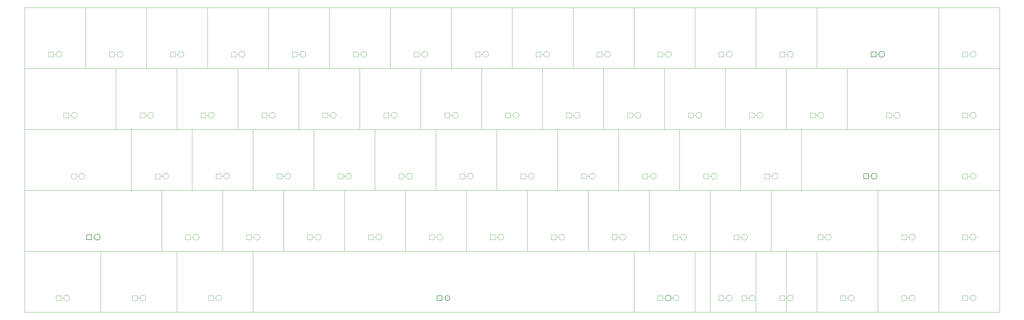
<source format=gbr>
G04 #@! TF.GenerationSoftware,KiCad,Pcbnew,(5.1.5)-3*
G04 #@! TF.CreationDate,2020-03-18T20:23:38-05:00*
G04 #@! TF.ProjectId,Advanced-PCB,41647661-6e63-4656-942d-5043422e6b69,rev?*
G04 #@! TF.SameCoordinates,Original*
G04 #@! TF.FileFunction,OtherDrawing,Comment*
%FSLAX46Y46*%
G04 Gerber Fmt 4.6, Leading zero omitted, Abs format (unit mm)*
G04 Created by KiCad (PCBNEW (5.1.5)-3) date 2020-03-18 20:23:38*
%MOMM*%
%LPD*%
G04 APERTURE LIST*
%ADD10C,0.050000*%
%ADD11C,0.100000*%
%ADD12C,0.050800*%
%ADD13C,0.127000*%
G04 APERTURE END LIST*
D10*
X27781250Y-137628000D02*
X27781250Y-137882000D01*
X27908250Y-137755000D02*
X27654250Y-137755000D01*
D11*
X27273250Y-136993000D02*
X27273250Y-138517000D01*
X25749250Y-138517000D02*
X27273250Y-138517000D01*
X25749250Y-138517000D02*
X25749250Y-136993000D01*
X27273250Y-136993000D02*
X25749250Y-136993000D01*
X29967060Y-137755000D02*
G75*
G03X29967060Y-137755000I-915810J0D01*
G01*
X39687500Y-123150000D02*
X15875000Y-123150000D01*
X39687500Y-142200000D02*
X39687500Y-123150000D01*
X15875000Y-142200000D02*
X39687500Y-142200000D01*
X15875000Y-123150000D02*
X15875000Y-142200000D01*
D10*
X311150000Y-61428000D02*
X311150000Y-61682000D01*
X311277000Y-61555000D02*
X311023000Y-61555000D01*
D11*
X310642000Y-60793000D02*
X310642000Y-62317000D01*
X309118000Y-62317000D02*
X310642000Y-62317000D01*
X309118000Y-62317000D02*
X309118000Y-60793000D01*
X310642000Y-60793000D02*
X309118000Y-60793000D01*
X313335810Y-61555000D02*
G75*
G03X313335810Y-61555000I-915810J0D01*
G01*
X320675000Y-46950000D02*
X301625000Y-46950000D01*
X320675000Y-66000000D02*
X320675000Y-46950000D01*
X301625000Y-66000000D02*
X320675000Y-66000000D01*
X301625000Y-46950000D02*
X301625000Y-66000000D01*
D10*
X51593750Y-137628000D02*
X51593750Y-137882000D01*
X51720750Y-137755000D02*
X51466750Y-137755000D01*
D11*
X51085750Y-136993000D02*
X51085750Y-138517000D01*
X49561750Y-138517000D02*
X51085750Y-138517000D01*
X49561750Y-138517000D02*
X49561750Y-136993000D01*
X51085750Y-136993000D02*
X49561750Y-136993000D01*
X53779560Y-137755000D02*
G75*
G03X53779560Y-137755000I-915810J0D01*
G01*
X63500000Y-123150000D02*
X39687500Y-123150000D01*
X63500000Y-142200000D02*
X63500000Y-123150000D01*
X39687500Y-142200000D02*
X63500000Y-142200000D01*
X39687500Y-123150000D02*
X39687500Y-142200000D01*
D10*
X234950000Y-137628000D02*
X234950000Y-137882000D01*
X235077000Y-137755000D02*
X234823000Y-137755000D01*
D11*
X234442000Y-136993000D02*
X234442000Y-138517000D01*
X232918000Y-138517000D02*
X234442000Y-138517000D01*
X232918000Y-138517000D02*
X232918000Y-136993000D01*
X234442000Y-136993000D02*
X232918000Y-136993000D01*
X237135810Y-137755000D02*
G75*
G03X237135810Y-137755000I-915810J0D01*
G01*
X244475000Y-123150000D02*
X225425000Y-123150000D01*
X244475000Y-142200000D02*
X244475000Y-123150000D01*
X225425000Y-142200000D02*
X244475000Y-142200000D01*
X225425000Y-123150000D02*
X225425000Y-142200000D01*
D10*
X215900000Y-137628000D02*
X215900000Y-137882000D01*
X216027000Y-137755000D02*
X215773000Y-137755000D01*
D11*
X215392000Y-136993000D02*
X215392000Y-138517000D01*
X213868000Y-138517000D02*
X215392000Y-138517000D01*
X213868000Y-138517000D02*
X213868000Y-136993000D01*
X215392000Y-136993000D02*
X213868000Y-136993000D01*
X218085810Y-137755000D02*
G75*
G03X218085810Y-137755000I-915810J0D01*
G01*
X225425000Y-123150000D02*
X206375000Y-123150000D01*
X225425000Y-142200000D02*
X225425000Y-123150000D01*
X206375000Y-142200000D02*
X225425000Y-142200000D01*
X206375000Y-123150000D02*
X206375000Y-142200000D01*
D10*
X254000000Y-137628000D02*
X254000000Y-137882000D01*
X254127000Y-137755000D02*
X253873000Y-137755000D01*
D11*
X253492000Y-136993000D02*
X253492000Y-138517000D01*
X251968000Y-138517000D02*
X253492000Y-138517000D01*
X251968000Y-138517000D02*
X251968000Y-136993000D01*
X253492000Y-136993000D02*
X251968000Y-136993000D01*
X256185810Y-137755000D02*
G75*
G03X256185810Y-137755000I-915810J0D01*
G01*
X263525000Y-123150000D02*
X244475000Y-123150000D01*
X263525000Y-142200000D02*
X263525000Y-123150000D01*
X244475000Y-142200000D02*
X263525000Y-142200000D01*
X244475000Y-123150000D02*
X244475000Y-142200000D01*
D10*
X87312500Y-118578000D02*
X87312500Y-118832000D01*
X87439500Y-118705000D02*
X87185500Y-118705000D01*
D11*
X86804500Y-117943000D02*
X86804500Y-119467000D01*
X85280500Y-119467000D02*
X86804500Y-119467000D01*
X85280500Y-119467000D02*
X85280500Y-117943000D01*
X86804500Y-117943000D02*
X85280500Y-117943000D01*
X89498310Y-118705000D02*
G75*
G03X89498310Y-118705000I-915810J0D01*
G01*
X96837500Y-104100000D02*
X77787500Y-104100000D01*
X96837500Y-123150000D02*
X96837500Y-104100000D01*
X77787500Y-123150000D02*
X96837500Y-123150000D01*
X77787500Y-104100000D02*
X77787500Y-123150000D01*
D10*
X73025000Y-80478000D02*
X73025000Y-80732000D01*
X73152000Y-80605000D02*
X72898000Y-80605000D01*
D11*
X72517000Y-79843000D02*
X72517000Y-81367000D01*
X70993000Y-81367000D02*
X72517000Y-81367000D01*
X70993000Y-81367000D02*
X70993000Y-79843000D01*
X72517000Y-79843000D02*
X70993000Y-79843000D01*
X75210810Y-80605000D02*
G75*
G03X75210810Y-80605000I-915810J0D01*
G01*
X82550000Y-66000000D02*
X63500000Y-66000000D01*
X82550000Y-85050000D02*
X82550000Y-66000000D01*
X63500000Y-85050000D02*
X82550000Y-85050000D01*
X63500000Y-66000000D02*
X63500000Y-85050000D01*
X242220750Y-137755000D02*
X241966750Y-137755000D01*
X242093750Y-137628000D02*
X242093750Y-137882000D01*
X241585750Y-138517000D02*
X241585750Y-136993000D01*
X240061750Y-138517000D02*
X241585750Y-138517000D01*
X240061750Y-136993000D02*
X240061750Y-138517000D01*
X241585750Y-136993000D02*
X240061750Y-136993000D01*
X244279560Y-137755000D02*
G75*
G03X244279560Y-137755000I-915810J0D01*
G01*
X230187500Y-123150000D02*
X230187500Y-142200000D01*
X254000000Y-123150000D02*
X254000000Y-142200000D01*
X254000000Y-142200000D02*
X230187500Y-142200000D01*
X254000000Y-123150000D02*
X230187500Y-123150000D01*
X218408250Y-137755000D02*
X218154250Y-137755000D01*
X218281250Y-137628000D02*
X218281250Y-137882000D01*
X217773250Y-138517000D02*
X217773250Y-136993000D01*
X216249250Y-138517000D02*
X217773250Y-138517000D01*
X216249250Y-136993000D02*
X216249250Y-138517000D01*
X217773250Y-136993000D02*
X216249250Y-136993000D01*
X220467060Y-137755000D02*
G75*
G03X220467060Y-137755000I-915810J0D01*
G01*
X206375000Y-123150000D02*
X206375000Y-142200000D01*
X230187500Y-123150000D02*
X230187500Y-142200000D01*
X230187500Y-142200000D02*
X206375000Y-142200000D01*
X230187500Y-123150000D02*
X206375000Y-123150000D01*
D12*
X37306250Y-118578000D02*
X37306250Y-118832000D01*
X37433250Y-118705000D02*
X37179250Y-118705000D01*
D13*
X35274250Y-119467000D02*
X35274250Y-117943000D01*
X36798250Y-119467000D02*
X35274250Y-119467000D01*
X36798250Y-117943000D02*
X36798250Y-119467000D01*
X36798250Y-117943000D02*
X35274250Y-117943000D01*
X39492060Y-118705000D02*
G75*
G03X39492060Y-118705000I-915810J0D01*
G01*
D11*
X15875000Y-123150000D02*
X58737500Y-123150000D01*
X15875000Y-104100000D02*
X15875000Y-123150000D01*
X58737500Y-104100000D02*
X58737500Y-123150000D01*
X15875000Y-104100000D02*
X58737500Y-104100000D01*
D10*
X32543750Y-99528000D02*
X32543750Y-99782000D01*
X32670750Y-99655000D02*
X32416750Y-99655000D01*
D11*
X32035750Y-98893000D02*
X32035750Y-100417000D01*
X30511750Y-100417000D02*
X32035750Y-100417000D01*
X30511750Y-100417000D02*
X30511750Y-98893000D01*
X32035750Y-98893000D02*
X30511750Y-98893000D01*
X34729560Y-99655000D02*
G75*
G03X34729560Y-99655000I-915810J0D01*
G01*
X15875000Y-85050000D02*
X49212500Y-85050000D01*
X49212500Y-104100000D02*
X49212500Y-85050000D01*
X15875000Y-104100000D02*
X49212500Y-104100000D01*
X15875000Y-85050000D02*
X15875000Y-104100000D01*
D10*
X30162500Y-80478000D02*
X30162500Y-80732000D01*
X30289500Y-80605000D02*
X30035500Y-80605000D01*
D11*
X29654500Y-79843000D02*
X29654500Y-81367000D01*
X28130500Y-81367000D02*
X29654500Y-81367000D01*
X28130500Y-81367000D02*
X28130500Y-79843000D01*
X29654500Y-79843000D02*
X28130500Y-79843000D01*
X32348310Y-80605000D02*
G75*
G03X32348310Y-80605000I-915810J0D01*
G01*
X15875000Y-66000000D02*
X44450000Y-66000000D01*
X44450000Y-85050000D02*
X44450000Y-66000000D01*
X15875000Y-85050000D02*
X44450000Y-85050000D01*
X15875000Y-66000000D02*
X15875000Y-85050000D01*
D10*
X25400000Y-61428000D02*
X25400000Y-61682000D01*
X25527000Y-61555000D02*
X25273000Y-61555000D01*
D11*
X24892000Y-60793000D02*
X24892000Y-62317000D01*
X23368000Y-62317000D02*
X24892000Y-62317000D01*
X23368000Y-62317000D02*
X23368000Y-60793000D01*
X24892000Y-60793000D02*
X23368000Y-60793000D01*
X27585810Y-61555000D02*
G75*
G03X27585810Y-61555000I-915810J0D01*
G01*
X34925000Y-46950000D02*
X15875000Y-46950000D01*
X34925000Y-66000000D02*
X34925000Y-46950000D01*
X15875000Y-66000000D02*
X34925000Y-66000000D01*
X15875000Y-46950000D02*
X15875000Y-66000000D01*
D10*
X173037500Y-99528000D02*
X173037500Y-99782000D01*
X173164500Y-99655000D02*
X172910500Y-99655000D01*
D11*
X172529500Y-98893000D02*
X172529500Y-100417000D01*
X171005500Y-100417000D02*
X172529500Y-100417000D01*
X171005500Y-100417000D02*
X171005500Y-98893000D01*
X172529500Y-98893000D02*
X171005500Y-98893000D01*
X175223310Y-99655000D02*
G75*
G03X175223310Y-99655000I-915810J0D01*
G01*
X182562500Y-85050000D02*
X163512500Y-85050000D01*
X182562500Y-104100000D02*
X182562500Y-85050000D01*
X163512500Y-104100000D02*
X182562500Y-104100000D01*
X163512500Y-85050000D02*
X163512500Y-104100000D01*
D10*
X149225000Y-80478000D02*
X149225000Y-80732000D01*
X149352000Y-80605000D02*
X149098000Y-80605000D01*
D11*
X148717000Y-79843000D02*
X148717000Y-81367000D01*
X147193000Y-81367000D02*
X148717000Y-81367000D01*
X147193000Y-81367000D02*
X147193000Y-79843000D01*
X148717000Y-79843000D02*
X147193000Y-79843000D01*
X151410810Y-80605000D02*
G75*
G03X151410810Y-80605000I-915810J0D01*
G01*
X158750000Y-66000000D02*
X139700000Y-66000000D01*
X158750000Y-85050000D02*
X158750000Y-66000000D01*
X139700000Y-85050000D02*
X158750000Y-85050000D01*
X139700000Y-66000000D02*
X139700000Y-85050000D01*
D10*
X153987500Y-99528000D02*
X153987500Y-99782000D01*
X154114500Y-99655000D02*
X153860500Y-99655000D01*
D11*
X153479500Y-98893000D02*
X153479500Y-100417000D01*
X151955500Y-100417000D02*
X153479500Y-100417000D01*
X151955500Y-100417000D02*
X151955500Y-98893000D01*
X153479500Y-98893000D02*
X151955500Y-98893000D01*
X156173310Y-99655000D02*
G75*
G03X156173310Y-99655000I-915810J0D01*
G01*
X163512500Y-85050000D02*
X144462500Y-85050000D01*
X163512500Y-104100000D02*
X163512500Y-85050000D01*
X144462500Y-104100000D02*
X163512500Y-104100000D01*
X144462500Y-85050000D02*
X144462500Y-104100000D01*
D10*
X230187500Y-99528000D02*
X230187500Y-99782000D01*
X230314500Y-99655000D02*
X230060500Y-99655000D01*
D11*
X229679500Y-98893000D02*
X229679500Y-100417000D01*
X228155500Y-100417000D02*
X229679500Y-100417000D01*
X228155500Y-100417000D02*
X228155500Y-98893000D01*
X229679500Y-98893000D02*
X228155500Y-98893000D01*
X232373310Y-99655000D02*
G75*
G03X232373310Y-99655000I-915810J0D01*
G01*
X239712500Y-85050000D02*
X220662500Y-85050000D01*
X239712500Y-104100000D02*
X239712500Y-85050000D01*
X220662500Y-104100000D02*
X239712500Y-104100000D01*
X220662500Y-85050000D02*
X220662500Y-104100000D01*
D10*
X311150000Y-80478000D02*
X311150000Y-80732000D01*
X311277000Y-80605000D02*
X311023000Y-80605000D01*
D11*
X310642000Y-79843000D02*
X310642000Y-81367000D01*
X309118000Y-81367000D02*
X310642000Y-81367000D01*
X309118000Y-81367000D02*
X309118000Y-79843000D01*
X310642000Y-79843000D02*
X309118000Y-79843000D01*
X313335810Y-80605000D02*
G75*
G03X313335810Y-80605000I-915810J0D01*
G01*
X320675000Y-66000000D02*
X301625000Y-66000000D01*
X320675000Y-85050000D02*
X320675000Y-66000000D01*
X301625000Y-85050000D02*
X320675000Y-85050000D01*
X301625000Y-66000000D02*
X301625000Y-85050000D01*
D10*
X311150000Y-137628000D02*
X311150000Y-137882000D01*
X311277000Y-137755000D02*
X311023000Y-137755000D01*
D11*
X310642000Y-136993000D02*
X310642000Y-138517000D01*
X309118000Y-138517000D02*
X310642000Y-138517000D01*
X309118000Y-138517000D02*
X309118000Y-136993000D01*
X310642000Y-136993000D02*
X309118000Y-136993000D01*
X313335810Y-137755000D02*
G75*
G03X313335810Y-137755000I-915810J0D01*
G01*
X320675000Y-123150000D02*
X301625000Y-123150000D01*
X320675000Y-142200000D02*
X320675000Y-123150000D01*
X301625000Y-142200000D02*
X320675000Y-142200000D01*
X301625000Y-123150000D02*
X301625000Y-142200000D01*
D10*
X311150000Y-118578000D02*
X311150000Y-118832000D01*
X311277000Y-118705000D02*
X311023000Y-118705000D01*
D11*
X310642000Y-117943000D02*
X310642000Y-119467000D01*
X309118000Y-119467000D02*
X310642000Y-119467000D01*
X309118000Y-119467000D02*
X309118000Y-117943000D01*
X310642000Y-117943000D02*
X309118000Y-117943000D01*
X313335810Y-118705000D02*
G75*
G03X313335810Y-118705000I-915810J0D01*
G01*
X320675000Y-104100000D02*
X301625000Y-104100000D01*
X320675000Y-123150000D02*
X320675000Y-104100000D01*
X301625000Y-123150000D02*
X320675000Y-123150000D01*
X301625000Y-104100000D02*
X301625000Y-123150000D01*
D10*
X311150000Y-99528000D02*
X311150000Y-99782000D01*
X311277000Y-99655000D02*
X311023000Y-99655000D01*
D11*
X310642000Y-98893000D02*
X310642000Y-100417000D01*
X309118000Y-100417000D02*
X310642000Y-100417000D01*
X309118000Y-100417000D02*
X309118000Y-98893000D01*
X310642000Y-98893000D02*
X309118000Y-98893000D01*
X313335810Y-99655000D02*
G75*
G03X313335810Y-99655000I-915810J0D01*
G01*
X320675000Y-85050000D02*
X301625000Y-85050000D01*
X320675000Y-104100000D02*
X320675000Y-85050000D01*
X301625000Y-104100000D02*
X320675000Y-104100000D01*
X301625000Y-85050000D02*
X301625000Y-104100000D01*
D10*
X287337500Y-80478000D02*
X287337500Y-80732000D01*
X287464500Y-80605000D02*
X287210500Y-80605000D01*
D11*
X286829500Y-79843000D02*
X286829500Y-81367000D01*
X285305500Y-81367000D02*
X286829500Y-81367000D01*
X285305500Y-81367000D02*
X285305500Y-79843000D01*
X286829500Y-79843000D02*
X285305500Y-79843000D01*
X289523310Y-80605000D02*
G75*
G03X289523310Y-80605000I-915810J0D01*
G01*
X273050000Y-66000000D02*
X301625000Y-66000000D01*
X301625000Y-85050000D02*
X301625000Y-66000000D01*
X273050000Y-85050000D02*
X301625000Y-85050000D01*
X273050000Y-66000000D02*
X273050000Y-85050000D01*
D12*
X282575000Y-61428000D02*
X282575000Y-61682000D01*
X282702000Y-61555000D02*
X282448000Y-61555000D01*
D13*
X280543000Y-62317000D02*
X280543000Y-60793000D01*
X282067000Y-62317000D02*
X280543000Y-62317000D01*
X282067000Y-60793000D02*
X282067000Y-62317000D01*
X282067000Y-60793000D02*
X280543000Y-60793000D01*
X284760810Y-61555000D02*
G75*
G03X284760810Y-61555000I-915810J0D01*
G01*
D11*
X301625000Y-66000000D02*
X263525000Y-66000000D01*
X263525000Y-46950000D02*
X263525000Y-66000000D01*
X301625000Y-46950000D02*
X301625000Y-66000000D01*
X301625000Y-46950000D02*
X263525000Y-46950000D01*
D10*
X292100000Y-137628000D02*
X292100000Y-137882000D01*
X292227000Y-137755000D02*
X291973000Y-137755000D01*
D11*
X291592000Y-136993000D02*
X291592000Y-138517000D01*
X290068000Y-138517000D02*
X291592000Y-138517000D01*
X290068000Y-138517000D02*
X290068000Y-136993000D01*
X291592000Y-136993000D02*
X290068000Y-136993000D01*
X294285810Y-137755000D02*
G75*
G03X294285810Y-137755000I-915810J0D01*
G01*
X301625000Y-123150000D02*
X282575000Y-123150000D01*
X301625000Y-142200000D02*
X301625000Y-123150000D01*
X282575000Y-142200000D02*
X301625000Y-142200000D01*
X282575000Y-123150000D02*
X282575000Y-142200000D01*
D10*
X292100000Y-118578000D02*
X292100000Y-118832000D01*
X292227000Y-118705000D02*
X291973000Y-118705000D01*
D11*
X291592000Y-117943000D02*
X291592000Y-119467000D01*
X290068000Y-119467000D02*
X291592000Y-119467000D01*
X290068000Y-119467000D02*
X290068000Y-117943000D01*
X291592000Y-117943000D02*
X290068000Y-117943000D01*
X294285810Y-118705000D02*
G75*
G03X294285810Y-118705000I-915810J0D01*
G01*
X301625000Y-104100000D02*
X282575000Y-104100000D01*
X301625000Y-123150000D02*
X301625000Y-104100000D01*
X282575000Y-123150000D02*
X301625000Y-123150000D01*
X282575000Y-104100000D02*
X282575000Y-123150000D01*
D12*
X280193750Y-99528000D02*
X280193750Y-99782000D01*
X280320750Y-99655000D02*
X280066750Y-99655000D01*
D13*
X278161750Y-100417000D02*
X278161750Y-98893000D01*
X279685750Y-100417000D02*
X278161750Y-100417000D01*
X279685750Y-98893000D02*
X279685750Y-100417000D01*
X279685750Y-98893000D02*
X278161750Y-98893000D01*
X282379560Y-99655000D02*
G75*
G03X282379560Y-99655000I-915810J0D01*
G01*
D11*
X258762500Y-104100000D02*
X301625000Y-104100000D01*
X258762500Y-85050000D02*
X258762500Y-104100000D01*
X301625000Y-85050000D02*
X301625000Y-104100000D01*
X258762500Y-85050000D02*
X301625000Y-85050000D01*
D10*
X263525000Y-80478000D02*
X263525000Y-80732000D01*
X263652000Y-80605000D02*
X263398000Y-80605000D01*
D11*
X263017000Y-79843000D02*
X263017000Y-81367000D01*
X261493000Y-81367000D02*
X263017000Y-81367000D01*
X261493000Y-81367000D02*
X261493000Y-79843000D01*
X263017000Y-79843000D02*
X261493000Y-79843000D01*
X265710810Y-80605000D02*
G75*
G03X265710810Y-80605000I-915810J0D01*
G01*
X273050000Y-66000000D02*
X254000000Y-66000000D01*
X273050000Y-85050000D02*
X273050000Y-66000000D01*
X254000000Y-85050000D02*
X273050000Y-85050000D01*
X254000000Y-66000000D02*
X254000000Y-85050000D01*
D10*
X254000000Y-61428000D02*
X254000000Y-61682000D01*
X254127000Y-61555000D02*
X253873000Y-61555000D01*
D11*
X253492000Y-60793000D02*
X253492000Y-62317000D01*
X251968000Y-62317000D02*
X253492000Y-62317000D01*
X251968000Y-62317000D02*
X251968000Y-60793000D01*
X253492000Y-60793000D02*
X251968000Y-60793000D01*
X256185810Y-61555000D02*
G75*
G03X256185810Y-61555000I-915810J0D01*
G01*
X263525000Y-46950000D02*
X244475000Y-46950000D01*
X263525000Y-66000000D02*
X263525000Y-46950000D01*
X244475000Y-66000000D02*
X263525000Y-66000000D01*
X244475000Y-46950000D02*
X244475000Y-66000000D01*
D10*
X273050000Y-137628000D02*
X273050000Y-137882000D01*
X273177000Y-137755000D02*
X272923000Y-137755000D01*
D11*
X272542000Y-136993000D02*
X272542000Y-138517000D01*
X271018000Y-138517000D02*
X272542000Y-138517000D01*
X271018000Y-138517000D02*
X271018000Y-136993000D01*
X272542000Y-136993000D02*
X271018000Y-136993000D01*
X275235810Y-137755000D02*
G75*
G03X275235810Y-137755000I-915810J0D01*
G01*
X282575000Y-123150000D02*
X263525000Y-123150000D01*
X282575000Y-142200000D02*
X282575000Y-123150000D01*
X263525000Y-142200000D02*
X282575000Y-142200000D01*
X263525000Y-123150000D02*
X263525000Y-142200000D01*
D10*
X265906250Y-118578000D02*
X265906250Y-118832000D01*
X266033250Y-118705000D02*
X265779250Y-118705000D01*
D11*
X265398250Y-117943000D02*
X265398250Y-119467000D01*
X263874250Y-119467000D02*
X265398250Y-119467000D01*
X263874250Y-119467000D02*
X263874250Y-117943000D01*
X265398250Y-117943000D02*
X263874250Y-117943000D01*
X268092060Y-118705000D02*
G75*
G03X268092060Y-118705000I-915810J0D01*
G01*
X249237500Y-104100000D02*
X282575000Y-104100000D01*
X282575000Y-123150000D02*
X282575000Y-104100000D01*
X249237500Y-123150000D02*
X282575000Y-123150000D01*
X249237500Y-104100000D02*
X249237500Y-123150000D01*
D10*
X249237500Y-99528000D02*
X249237500Y-99782000D01*
X249364500Y-99655000D02*
X249110500Y-99655000D01*
D11*
X248729500Y-98893000D02*
X248729500Y-100417000D01*
X247205500Y-100417000D02*
X248729500Y-100417000D01*
X247205500Y-100417000D02*
X247205500Y-98893000D01*
X248729500Y-98893000D02*
X247205500Y-98893000D01*
X251423310Y-99655000D02*
G75*
G03X251423310Y-99655000I-915810J0D01*
G01*
X258762500Y-85050000D02*
X239712500Y-85050000D01*
X258762500Y-104100000D02*
X258762500Y-85050000D01*
X239712500Y-104100000D02*
X258762500Y-104100000D01*
X239712500Y-85050000D02*
X239712500Y-104100000D01*
D10*
X244475000Y-80478000D02*
X244475000Y-80732000D01*
X244602000Y-80605000D02*
X244348000Y-80605000D01*
D11*
X243967000Y-79843000D02*
X243967000Y-81367000D01*
X242443000Y-81367000D02*
X243967000Y-81367000D01*
X242443000Y-81367000D02*
X242443000Y-79843000D01*
X243967000Y-79843000D02*
X242443000Y-79843000D01*
X246660810Y-80605000D02*
G75*
G03X246660810Y-80605000I-915810J0D01*
G01*
X254000000Y-66000000D02*
X234950000Y-66000000D01*
X254000000Y-85050000D02*
X254000000Y-66000000D01*
X234950000Y-85050000D02*
X254000000Y-85050000D01*
X234950000Y-66000000D02*
X234950000Y-85050000D01*
D10*
X234950000Y-61428000D02*
X234950000Y-61682000D01*
X235077000Y-61555000D02*
X234823000Y-61555000D01*
D11*
X234442000Y-60793000D02*
X234442000Y-62317000D01*
X232918000Y-62317000D02*
X234442000Y-62317000D01*
X232918000Y-62317000D02*
X232918000Y-60793000D01*
X234442000Y-60793000D02*
X232918000Y-60793000D01*
X237135810Y-61555000D02*
G75*
G03X237135810Y-61555000I-915810J0D01*
G01*
X244475000Y-46950000D02*
X225425000Y-46950000D01*
X244475000Y-66000000D02*
X244475000Y-46950000D01*
X225425000Y-66000000D02*
X244475000Y-66000000D01*
X225425000Y-46950000D02*
X225425000Y-66000000D01*
D10*
X239712500Y-118578000D02*
X239712500Y-118832000D01*
X239839500Y-118705000D02*
X239585500Y-118705000D01*
D11*
X239204500Y-117943000D02*
X239204500Y-119467000D01*
X237680500Y-119467000D02*
X239204500Y-119467000D01*
X237680500Y-119467000D02*
X237680500Y-117943000D01*
X239204500Y-117943000D02*
X237680500Y-117943000D01*
X241898310Y-118705000D02*
G75*
G03X241898310Y-118705000I-915810J0D01*
G01*
X249237500Y-104100000D02*
X230187500Y-104100000D01*
X249237500Y-123150000D02*
X249237500Y-104100000D01*
X230187500Y-123150000D02*
X249237500Y-123150000D01*
X230187500Y-104100000D02*
X230187500Y-123150000D01*
D10*
X225425000Y-80478000D02*
X225425000Y-80732000D01*
X225552000Y-80605000D02*
X225298000Y-80605000D01*
D11*
X224917000Y-79843000D02*
X224917000Y-81367000D01*
X223393000Y-81367000D02*
X224917000Y-81367000D01*
X223393000Y-81367000D02*
X223393000Y-79843000D01*
X224917000Y-79843000D02*
X223393000Y-79843000D01*
X227610810Y-80605000D02*
G75*
G03X227610810Y-80605000I-915810J0D01*
G01*
X234950000Y-66000000D02*
X215900000Y-66000000D01*
X234950000Y-85050000D02*
X234950000Y-66000000D01*
X215900000Y-85050000D02*
X234950000Y-85050000D01*
X215900000Y-66000000D02*
X215900000Y-85050000D01*
D10*
X215900000Y-61428000D02*
X215900000Y-61682000D01*
X216027000Y-61555000D02*
X215773000Y-61555000D01*
D11*
X215392000Y-60793000D02*
X215392000Y-62317000D01*
X213868000Y-62317000D02*
X215392000Y-62317000D01*
X213868000Y-62317000D02*
X213868000Y-60793000D01*
X215392000Y-60793000D02*
X213868000Y-60793000D01*
X218085810Y-61555000D02*
G75*
G03X218085810Y-61555000I-915810J0D01*
G01*
X225425000Y-46950000D02*
X206375000Y-46950000D01*
X225425000Y-66000000D02*
X225425000Y-46950000D01*
X206375000Y-66000000D02*
X225425000Y-66000000D01*
X206375000Y-46950000D02*
X206375000Y-66000000D01*
D10*
X220662500Y-118578000D02*
X220662500Y-118832000D01*
X220789500Y-118705000D02*
X220535500Y-118705000D01*
D11*
X220154500Y-117943000D02*
X220154500Y-119467000D01*
X218630500Y-119467000D02*
X220154500Y-119467000D01*
X218630500Y-119467000D02*
X218630500Y-117943000D01*
X220154500Y-117943000D02*
X218630500Y-117943000D01*
X222848310Y-118705000D02*
G75*
G03X222848310Y-118705000I-915810J0D01*
G01*
X230187500Y-104100000D02*
X211137500Y-104100000D01*
X230187500Y-123150000D02*
X230187500Y-104100000D01*
X211137500Y-123150000D02*
X230187500Y-123150000D01*
X211137500Y-104100000D02*
X211137500Y-123150000D01*
D10*
X211137500Y-99528000D02*
X211137500Y-99782000D01*
X211264500Y-99655000D02*
X211010500Y-99655000D01*
D11*
X210629500Y-98893000D02*
X210629500Y-100417000D01*
X209105500Y-100417000D02*
X210629500Y-100417000D01*
X209105500Y-100417000D02*
X209105500Y-98893000D01*
X210629500Y-98893000D02*
X209105500Y-98893000D01*
X213323310Y-99655000D02*
G75*
G03X213323310Y-99655000I-915810J0D01*
G01*
X220662500Y-85050000D02*
X201612500Y-85050000D01*
X220662500Y-104100000D02*
X220662500Y-85050000D01*
X201612500Y-104100000D02*
X220662500Y-104100000D01*
X201612500Y-85050000D02*
X201612500Y-104100000D01*
D10*
X206375000Y-80478000D02*
X206375000Y-80732000D01*
X206502000Y-80605000D02*
X206248000Y-80605000D01*
D11*
X205867000Y-79843000D02*
X205867000Y-81367000D01*
X204343000Y-81367000D02*
X205867000Y-81367000D01*
X204343000Y-81367000D02*
X204343000Y-79843000D01*
X205867000Y-79843000D02*
X204343000Y-79843000D01*
X208560810Y-80605000D02*
G75*
G03X208560810Y-80605000I-915810J0D01*
G01*
X215900000Y-66000000D02*
X196850000Y-66000000D01*
X215900000Y-85050000D02*
X215900000Y-66000000D01*
X196850000Y-85050000D02*
X215900000Y-85050000D01*
X196850000Y-66000000D02*
X196850000Y-85050000D01*
D10*
X196850000Y-61428000D02*
X196850000Y-61682000D01*
X196977000Y-61555000D02*
X196723000Y-61555000D01*
D11*
X196342000Y-60793000D02*
X196342000Y-62317000D01*
X194818000Y-62317000D02*
X196342000Y-62317000D01*
X194818000Y-62317000D02*
X194818000Y-60793000D01*
X196342000Y-60793000D02*
X194818000Y-60793000D01*
X199035810Y-61555000D02*
G75*
G03X199035810Y-61555000I-915810J0D01*
G01*
X206375000Y-46950000D02*
X187325000Y-46950000D01*
X206375000Y-66000000D02*
X206375000Y-46950000D01*
X187325000Y-66000000D02*
X206375000Y-66000000D01*
X187325000Y-46950000D02*
X187325000Y-66000000D01*
D10*
X201612500Y-118578000D02*
X201612500Y-118832000D01*
X201739500Y-118705000D02*
X201485500Y-118705000D01*
D11*
X201104500Y-117943000D02*
X201104500Y-119467000D01*
X199580500Y-119467000D02*
X201104500Y-119467000D01*
X199580500Y-119467000D02*
X199580500Y-117943000D01*
X201104500Y-117943000D02*
X199580500Y-117943000D01*
X203798310Y-118705000D02*
G75*
G03X203798310Y-118705000I-915810J0D01*
G01*
X211137500Y-104100000D02*
X192087500Y-104100000D01*
X211137500Y-123150000D02*
X211137500Y-104100000D01*
X192087500Y-123150000D02*
X211137500Y-123150000D01*
X192087500Y-104100000D02*
X192087500Y-123150000D01*
D10*
X192087500Y-99528000D02*
X192087500Y-99782000D01*
X192214500Y-99655000D02*
X191960500Y-99655000D01*
D11*
X191579500Y-98893000D02*
X191579500Y-100417000D01*
X190055500Y-100417000D02*
X191579500Y-100417000D01*
X190055500Y-100417000D02*
X190055500Y-98893000D01*
X191579500Y-98893000D02*
X190055500Y-98893000D01*
X194273310Y-99655000D02*
G75*
G03X194273310Y-99655000I-915810J0D01*
G01*
X201612500Y-85050000D02*
X182562500Y-85050000D01*
X201612500Y-104100000D02*
X201612500Y-85050000D01*
X182562500Y-104100000D02*
X201612500Y-104100000D01*
X182562500Y-85050000D02*
X182562500Y-104100000D01*
D10*
X187325000Y-80478000D02*
X187325000Y-80732000D01*
X187452000Y-80605000D02*
X187198000Y-80605000D01*
D11*
X186817000Y-79843000D02*
X186817000Y-81367000D01*
X185293000Y-81367000D02*
X186817000Y-81367000D01*
X185293000Y-81367000D02*
X185293000Y-79843000D01*
X186817000Y-79843000D02*
X185293000Y-79843000D01*
X189510810Y-80605000D02*
G75*
G03X189510810Y-80605000I-915810J0D01*
G01*
X196850000Y-66000000D02*
X177800000Y-66000000D01*
X196850000Y-85050000D02*
X196850000Y-66000000D01*
X177800000Y-85050000D02*
X196850000Y-85050000D01*
X177800000Y-66000000D02*
X177800000Y-85050000D01*
D10*
X177800000Y-61428000D02*
X177800000Y-61682000D01*
X177927000Y-61555000D02*
X177673000Y-61555000D01*
D11*
X177292000Y-60793000D02*
X177292000Y-62317000D01*
X175768000Y-62317000D02*
X177292000Y-62317000D01*
X175768000Y-62317000D02*
X175768000Y-60793000D01*
X177292000Y-60793000D02*
X175768000Y-60793000D01*
X179985810Y-61555000D02*
G75*
G03X179985810Y-61555000I-915810J0D01*
G01*
X187325000Y-46950000D02*
X168275000Y-46950000D01*
X187325000Y-66000000D02*
X187325000Y-46950000D01*
X168275000Y-66000000D02*
X187325000Y-66000000D01*
X168275000Y-46950000D02*
X168275000Y-66000000D01*
D10*
X182562500Y-118578000D02*
X182562500Y-118832000D01*
X182689500Y-118705000D02*
X182435500Y-118705000D01*
D11*
X182054500Y-117943000D02*
X182054500Y-119467000D01*
X180530500Y-119467000D02*
X182054500Y-119467000D01*
X180530500Y-119467000D02*
X180530500Y-117943000D01*
X182054500Y-117943000D02*
X180530500Y-117943000D01*
X184748310Y-118705000D02*
G75*
G03X184748310Y-118705000I-915810J0D01*
G01*
X192087500Y-104100000D02*
X173037500Y-104100000D01*
X192087500Y-123150000D02*
X192087500Y-104100000D01*
X173037500Y-123150000D02*
X192087500Y-123150000D01*
X173037500Y-104100000D02*
X173037500Y-123150000D01*
D10*
X168275000Y-80478000D02*
X168275000Y-80732000D01*
X168402000Y-80605000D02*
X168148000Y-80605000D01*
D11*
X167767000Y-79843000D02*
X167767000Y-81367000D01*
X166243000Y-81367000D02*
X167767000Y-81367000D01*
X166243000Y-81367000D02*
X166243000Y-79843000D01*
X167767000Y-79843000D02*
X166243000Y-79843000D01*
X170460810Y-80605000D02*
G75*
G03X170460810Y-80605000I-915810J0D01*
G01*
X177800000Y-66000000D02*
X158750000Y-66000000D01*
X177800000Y-85050000D02*
X177800000Y-66000000D01*
X158750000Y-85050000D02*
X177800000Y-85050000D01*
X158750000Y-66000000D02*
X158750000Y-85050000D01*
D10*
X158750000Y-61428000D02*
X158750000Y-61682000D01*
X158877000Y-61555000D02*
X158623000Y-61555000D01*
D11*
X158242000Y-60793000D02*
X158242000Y-62317000D01*
X156718000Y-62317000D02*
X158242000Y-62317000D01*
X156718000Y-62317000D02*
X156718000Y-60793000D01*
X158242000Y-60793000D02*
X156718000Y-60793000D01*
X160935810Y-61555000D02*
G75*
G03X160935810Y-61555000I-915810J0D01*
G01*
X168275000Y-46950000D02*
X149225000Y-46950000D01*
X168275000Y-66000000D02*
X168275000Y-46950000D01*
X149225000Y-66000000D02*
X168275000Y-66000000D01*
X149225000Y-46950000D02*
X149225000Y-66000000D01*
D10*
X163512500Y-118578000D02*
X163512500Y-118832000D01*
X163639500Y-118705000D02*
X163385500Y-118705000D01*
D11*
X163004500Y-117943000D02*
X163004500Y-119467000D01*
X161480500Y-119467000D02*
X163004500Y-119467000D01*
X161480500Y-119467000D02*
X161480500Y-117943000D01*
X163004500Y-117943000D02*
X161480500Y-117943000D01*
X165698310Y-118705000D02*
G75*
G03X165698310Y-118705000I-915810J0D01*
G01*
X173037500Y-104100000D02*
X153987500Y-104100000D01*
X173037500Y-123150000D02*
X173037500Y-104100000D01*
X153987500Y-123150000D02*
X173037500Y-123150000D01*
X153987500Y-104100000D02*
X153987500Y-123150000D01*
D10*
X139700000Y-61428000D02*
X139700000Y-61682000D01*
X139827000Y-61555000D02*
X139573000Y-61555000D01*
D11*
X139192000Y-60793000D02*
X139192000Y-62317000D01*
X137668000Y-62317000D02*
X139192000Y-62317000D01*
X137668000Y-62317000D02*
X137668000Y-60793000D01*
X139192000Y-60793000D02*
X137668000Y-60793000D01*
X141885810Y-61555000D02*
G75*
G03X141885810Y-61555000I-915810J0D01*
G01*
X149225000Y-46950000D02*
X130175000Y-46950000D01*
X149225000Y-66000000D02*
X149225000Y-46950000D01*
X130175000Y-66000000D02*
X149225000Y-66000000D01*
X130175000Y-46950000D02*
X130175000Y-66000000D01*
D12*
X146843750Y-137882000D02*
X146843750Y-137628000D01*
X146970750Y-137755000D02*
X146716750Y-137755000D01*
D13*
X144811750Y-138517000D02*
X144811750Y-136993000D01*
X146335750Y-138517000D02*
X144811750Y-138517000D01*
X146335750Y-136993000D02*
X146335750Y-138517000D01*
D11*
X206375000Y-123150000D02*
X87312500Y-123150000D01*
X206375000Y-142200000D02*
X87312500Y-142200000D01*
D13*
X146335750Y-136993000D02*
X144811750Y-136993000D01*
X148875750Y-137755000D02*
G75*
G03X148875750Y-137755000I-762000J0D01*
G01*
D11*
X87312500Y-123150000D02*
X87312500Y-142200000D01*
X206375000Y-123150000D02*
X206375000Y-142200000D01*
D10*
X144462500Y-118578000D02*
X144462500Y-118832000D01*
X144589500Y-118705000D02*
X144335500Y-118705000D01*
D11*
X143954500Y-117943000D02*
X143954500Y-119467000D01*
X142430500Y-119467000D02*
X143954500Y-119467000D01*
X142430500Y-119467000D02*
X142430500Y-117943000D01*
X143954500Y-117943000D02*
X142430500Y-117943000D01*
X146648310Y-118705000D02*
G75*
G03X146648310Y-118705000I-915810J0D01*
G01*
X153987500Y-104100000D02*
X134937500Y-104100000D01*
X153987500Y-123150000D02*
X153987500Y-104100000D01*
X134937500Y-123150000D02*
X153987500Y-123150000D01*
X134937500Y-104100000D02*
X134937500Y-123150000D01*
D10*
X134937500Y-99528000D02*
X134937500Y-99782000D01*
X135064500Y-99655000D02*
X134810500Y-99655000D01*
D11*
X134429500Y-98893000D02*
X134429500Y-100417000D01*
X132905500Y-100417000D02*
X134429500Y-100417000D01*
X132905500Y-100417000D02*
X132905500Y-98893000D01*
X134429500Y-98893000D02*
X132905500Y-98893000D01*
X137123310Y-99655000D02*
G75*
G03X137123310Y-99655000I-915810J0D01*
G01*
X144462500Y-85050000D02*
X125412500Y-85050000D01*
X144462500Y-104100000D02*
X144462500Y-85050000D01*
X125412500Y-104100000D02*
X144462500Y-104100000D01*
X125412500Y-85050000D02*
X125412500Y-104100000D01*
D10*
X130175000Y-80478000D02*
X130175000Y-80732000D01*
X130302000Y-80605000D02*
X130048000Y-80605000D01*
D11*
X129667000Y-79843000D02*
X129667000Y-81367000D01*
X128143000Y-81367000D02*
X129667000Y-81367000D01*
X128143000Y-81367000D02*
X128143000Y-79843000D01*
X129667000Y-79843000D02*
X128143000Y-79843000D01*
X132360810Y-80605000D02*
G75*
G03X132360810Y-80605000I-915810J0D01*
G01*
X139700000Y-66000000D02*
X120650000Y-66000000D01*
X139700000Y-85050000D02*
X139700000Y-66000000D01*
X120650000Y-85050000D02*
X139700000Y-85050000D01*
X120650000Y-66000000D02*
X120650000Y-85050000D01*
D10*
X120650000Y-61428000D02*
X120650000Y-61682000D01*
X120777000Y-61555000D02*
X120523000Y-61555000D01*
D11*
X120142000Y-60793000D02*
X120142000Y-62317000D01*
X118618000Y-62317000D02*
X120142000Y-62317000D01*
X118618000Y-62317000D02*
X118618000Y-60793000D01*
X120142000Y-60793000D02*
X118618000Y-60793000D01*
X122835810Y-61555000D02*
G75*
G03X122835810Y-61555000I-915810J0D01*
G01*
X130175000Y-46950000D02*
X111125000Y-46950000D01*
X130175000Y-66000000D02*
X130175000Y-46950000D01*
X111125000Y-66000000D02*
X130175000Y-66000000D01*
X111125000Y-46950000D02*
X111125000Y-66000000D01*
D10*
X125412500Y-118578000D02*
X125412500Y-118832000D01*
X125539500Y-118705000D02*
X125285500Y-118705000D01*
D11*
X124904500Y-117943000D02*
X124904500Y-119467000D01*
X123380500Y-119467000D02*
X124904500Y-119467000D01*
X123380500Y-119467000D02*
X123380500Y-117943000D01*
X124904500Y-117943000D02*
X123380500Y-117943000D01*
X127598310Y-118705000D02*
G75*
G03X127598310Y-118705000I-915810J0D01*
G01*
X134937500Y-104100000D02*
X115887500Y-104100000D01*
X134937500Y-123150000D02*
X134937500Y-104100000D01*
X115887500Y-123150000D02*
X134937500Y-123150000D01*
X115887500Y-104100000D02*
X115887500Y-123150000D01*
D10*
X115887500Y-99528000D02*
X115887500Y-99782000D01*
X116014500Y-99655000D02*
X115760500Y-99655000D01*
D11*
X115379500Y-98893000D02*
X115379500Y-100417000D01*
X113855500Y-100417000D02*
X115379500Y-100417000D01*
X113855500Y-100417000D02*
X113855500Y-98893000D01*
X115379500Y-98893000D02*
X113855500Y-98893000D01*
X118073310Y-99655000D02*
G75*
G03X118073310Y-99655000I-915810J0D01*
G01*
X125412500Y-85050000D02*
X106362500Y-85050000D01*
X125412500Y-104100000D02*
X125412500Y-85050000D01*
X106362500Y-104100000D02*
X125412500Y-104100000D01*
X106362500Y-85050000D02*
X106362500Y-104100000D01*
D10*
X111125000Y-80478000D02*
X111125000Y-80732000D01*
X111252000Y-80605000D02*
X110998000Y-80605000D01*
D11*
X110617000Y-79843000D02*
X110617000Y-81367000D01*
X109093000Y-81367000D02*
X110617000Y-81367000D01*
X109093000Y-81367000D02*
X109093000Y-79843000D01*
X110617000Y-79843000D02*
X109093000Y-79843000D01*
X113310810Y-80605000D02*
G75*
G03X113310810Y-80605000I-915810J0D01*
G01*
X120650000Y-66000000D02*
X101600000Y-66000000D01*
X120650000Y-85050000D02*
X120650000Y-66000000D01*
X101600000Y-85050000D02*
X120650000Y-85050000D01*
X101600000Y-66000000D02*
X101600000Y-85050000D01*
D10*
X101600000Y-61428000D02*
X101600000Y-61682000D01*
X101727000Y-61555000D02*
X101473000Y-61555000D01*
D11*
X101092000Y-60793000D02*
X101092000Y-62317000D01*
X99568000Y-62317000D02*
X101092000Y-62317000D01*
X99568000Y-62317000D02*
X99568000Y-60793000D01*
X101092000Y-60793000D02*
X99568000Y-60793000D01*
X103785810Y-61555000D02*
G75*
G03X103785810Y-61555000I-915810J0D01*
G01*
X111125000Y-46950000D02*
X92075000Y-46950000D01*
X111125000Y-66000000D02*
X111125000Y-46950000D01*
X92075000Y-66000000D02*
X111125000Y-66000000D01*
X92075000Y-46950000D02*
X92075000Y-66000000D01*
D10*
X106362500Y-118578000D02*
X106362500Y-118832000D01*
X106489500Y-118705000D02*
X106235500Y-118705000D01*
D11*
X105854500Y-117943000D02*
X105854500Y-119467000D01*
X104330500Y-119467000D02*
X105854500Y-119467000D01*
X104330500Y-119467000D02*
X104330500Y-117943000D01*
X105854500Y-117943000D02*
X104330500Y-117943000D01*
X108548310Y-118705000D02*
G75*
G03X108548310Y-118705000I-915810J0D01*
G01*
X115887500Y-104100000D02*
X96837500Y-104100000D01*
X115887500Y-123150000D02*
X115887500Y-104100000D01*
X96837500Y-123150000D02*
X115887500Y-123150000D01*
X96837500Y-104100000D02*
X96837500Y-123150000D01*
D10*
X96837500Y-99528000D02*
X96837500Y-99782000D01*
X96964500Y-99655000D02*
X96710500Y-99655000D01*
D11*
X96329500Y-98893000D02*
X96329500Y-100417000D01*
X94805500Y-100417000D02*
X96329500Y-100417000D01*
X94805500Y-100417000D02*
X94805500Y-98893000D01*
X96329500Y-98893000D02*
X94805500Y-98893000D01*
X99023310Y-99655000D02*
G75*
G03X99023310Y-99655000I-915810J0D01*
G01*
X106362500Y-85050000D02*
X87312500Y-85050000D01*
X106362500Y-104100000D02*
X106362500Y-85050000D01*
X87312500Y-104100000D02*
X106362500Y-104100000D01*
X87312500Y-85050000D02*
X87312500Y-104100000D01*
D10*
X92075000Y-80478000D02*
X92075000Y-80732000D01*
X92202000Y-80605000D02*
X91948000Y-80605000D01*
D11*
X91567000Y-79843000D02*
X91567000Y-81367000D01*
X90043000Y-81367000D02*
X91567000Y-81367000D01*
X90043000Y-81367000D02*
X90043000Y-79843000D01*
X91567000Y-79843000D02*
X90043000Y-79843000D01*
X94260810Y-80605000D02*
G75*
G03X94260810Y-80605000I-915810J0D01*
G01*
X101600000Y-66000000D02*
X82550000Y-66000000D01*
X101600000Y-85050000D02*
X101600000Y-66000000D01*
X82550000Y-85050000D02*
X101600000Y-85050000D01*
X82550000Y-66000000D02*
X82550000Y-85050000D01*
D10*
X82550000Y-61428000D02*
X82550000Y-61682000D01*
X82677000Y-61555000D02*
X82423000Y-61555000D01*
D11*
X82042000Y-60793000D02*
X82042000Y-62317000D01*
X80518000Y-62317000D02*
X82042000Y-62317000D01*
X80518000Y-62317000D02*
X80518000Y-60793000D01*
X82042000Y-60793000D02*
X80518000Y-60793000D01*
X84735810Y-61555000D02*
G75*
G03X84735810Y-61555000I-915810J0D01*
G01*
X92075000Y-46950000D02*
X73025000Y-46950000D01*
X92075000Y-66000000D02*
X92075000Y-46950000D01*
X73025000Y-66000000D02*
X92075000Y-66000000D01*
X73025000Y-46950000D02*
X73025000Y-66000000D01*
D10*
X75406250Y-137628000D02*
X75406250Y-137882000D01*
X75533250Y-137755000D02*
X75279250Y-137755000D01*
D11*
X74898250Y-136993000D02*
X74898250Y-138517000D01*
X73374250Y-138517000D02*
X74898250Y-138517000D01*
X73374250Y-138517000D02*
X73374250Y-136993000D01*
X74898250Y-136993000D02*
X73374250Y-136993000D01*
X77592060Y-137755000D02*
G75*
G03X77592060Y-137755000I-915810J0D01*
G01*
X87312500Y-123150000D02*
X63500000Y-123150000D01*
X87312500Y-142200000D02*
X87312500Y-123150000D01*
X63500000Y-142200000D02*
X87312500Y-142200000D01*
X63500000Y-123150000D02*
X63500000Y-142200000D01*
D10*
X77787500Y-99528000D02*
X77787500Y-99782000D01*
X77914500Y-99655000D02*
X77660500Y-99655000D01*
D11*
X77279500Y-98893000D02*
X77279500Y-100417000D01*
X75755500Y-100417000D02*
X77279500Y-100417000D01*
X75755500Y-100417000D02*
X75755500Y-98893000D01*
X77279500Y-98893000D02*
X75755500Y-98893000D01*
X79973310Y-99655000D02*
G75*
G03X79973310Y-99655000I-915810J0D01*
G01*
X87312500Y-85050000D02*
X68262500Y-85050000D01*
X87312500Y-104100000D02*
X87312500Y-85050000D01*
X68262500Y-104100000D02*
X87312500Y-104100000D01*
X68262500Y-85050000D02*
X68262500Y-104100000D01*
D10*
X63500000Y-61428000D02*
X63500000Y-61682000D01*
X63627000Y-61555000D02*
X63373000Y-61555000D01*
D11*
X62992000Y-60793000D02*
X62992000Y-62317000D01*
X61468000Y-62317000D02*
X62992000Y-62317000D01*
X61468000Y-62317000D02*
X61468000Y-60793000D01*
X62992000Y-60793000D02*
X61468000Y-60793000D01*
X65685810Y-61555000D02*
G75*
G03X65685810Y-61555000I-915810J0D01*
G01*
X73025000Y-46950000D02*
X53975000Y-46950000D01*
X73025000Y-66000000D02*
X73025000Y-46950000D01*
X53975000Y-66000000D02*
X73025000Y-66000000D01*
X53975000Y-46950000D02*
X53975000Y-66000000D01*
D10*
X68262500Y-118578000D02*
X68262500Y-118832000D01*
X68389500Y-118705000D02*
X68135500Y-118705000D01*
D11*
X67754500Y-117943000D02*
X67754500Y-119467000D01*
X66230500Y-119467000D02*
X67754500Y-119467000D01*
X66230500Y-119467000D02*
X66230500Y-117943000D01*
X67754500Y-117943000D02*
X66230500Y-117943000D01*
X70448310Y-118705000D02*
G75*
G03X70448310Y-118705000I-915810J0D01*
G01*
X77787500Y-104100000D02*
X58737500Y-104100000D01*
X77787500Y-123150000D02*
X77787500Y-104100000D01*
X58737500Y-123150000D02*
X77787500Y-123150000D01*
X58737500Y-104100000D02*
X58737500Y-123150000D01*
D10*
X58737500Y-99528000D02*
X58737500Y-99782000D01*
X58864500Y-99655000D02*
X58610500Y-99655000D01*
D11*
X58229500Y-98893000D02*
X58229500Y-100417000D01*
X56705500Y-100417000D02*
X58229500Y-100417000D01*
X56705500Y-100417000D02*
X56705500Y-98893000D01*
X58229500Y-98893000D02*
X56705500Y-98893000D01*
X60923310Y-99655000D02*
G75*
G03X60923310Y-99655000I-915810J0D01*
G01*
X68262500Y-85050000D02*
X49212500Y-85050000D01*
X68262500Y-104100000D02*
X68262500Y-85050000D01*
X49212500Y-104100000D02*
X68262500Y-104100000D01*
X49212500Y-85050000D02*
X49212500Y-104100000D01*
D10*
X53975000Y-80478000D02*
X53975000Y-80732000D01*
X54102000Y-80605000D02*
X53848000Y-80605000D01*
D11*
X53467000Y-79843000D02*
X53467000Y-81367000D01*
X51943000Y-81367000D02*
X53467000Y-81367000D01*
X51943000Y-81367000D02*
X51943000Y-79843000D01*
X53467000Y-79843000D02*
X51943000Y-79843000D01*
X56160810Y-80605000D02*
G75*
G03X56160810Y-80605000I-915810J0D01*
G01*
X63500000Y-66000000D02*
X44450000Y-66000000D01*
X63500000Y-85050000D02*
X63500000Y-66000000D01*
X44450000Y-85050000D02*
X63500000Y-85050000D01*
X44450000Y-66000000D02*
X44450000Y-85050000D01*
D10*
X44450000Y-61428000D02*
X44450000Y-61682000D01*
X44577000Y-61555000D02*
X44323000Y-61555000D01*
D11*
X43942000Y-60793000D02*
X43942000Y-62317000D01*
X42418000Y-62317000D02*
X43942000Y-62317000D01*
X42418000Y-62317000D02*
X42418000Y-60793000D01*
X43942000Y-60793000D02*
X42418000Y-60793000D01*
X46635810Y-61555000D02*
G75*
G03X46635810Y-61555000I-915810J0D01*
G01*
X53975000Y-46950000D02*
X34925000Y-46950000D01*
X53975000Y-66000000D02*
X53975000Y-46950000D01*
X34925000Y-66000000D02*
X53975000Y-66000000D01*
X34925000Y-46950000D02*
X34925000Y-66000000D01*
M02*

</source>
